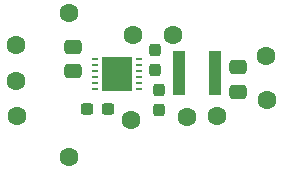
<source format=gbr>
%TF.GenerationSoftware,KiCad,Pcbnew,7.0.7*%
%TF.CreationDate,2023-12-24T20:56:02+03:00*%
%TF.ProjectId,Main_PCB_002,4d61696e-5f50-4434-925f-3030322e6b69,rev?*%
%TF.SameCoordinates,Original*%
%TF.FileFunction,Soldermask,Top*%
%TF.FilePolarity,Negative*%
%FSLAX46Y46*%
G04 Gerber Fmt 4.6, Leading zero omitted, Abs format (unit mm)*
G04 Created by KiCad (PCBNEW 7.0.7) date 2023-12-24 20:56:02*
%MOMM*%
%LPD*%
G01*
G04 APERTURE LIST*
G04 Aperture macros list*
%AMRoundRect*
0 Rectangle with rounded corners*
0 $1 Rounding radius*
0 $2 $3 $4 $5 $6 $7 $8 $9 X,Y pos of 4 corners*
0 Add a 4 corners polygon primitive as box body*
4,1,4,$2,$3,$4,$5,$6,$7,$8,$9,$2,$3,0*
0 Add four circle primitives for the rounded corners*
1,1,$1+$1,$2,$3*
1,1,$1+$1,$4,$5*
1,1,$1+$1,$6,$7*
1,1,$1+$1,$8,$9*
0 Add four rect primitives between the rounded corners*
20,1,$1+$1,$2,$3,$4,$5,0*
20,1,$1+$1,$4,$5,$6,$7,0*
20,1,$1+$1,$6,$7,$8,$9,0*
20,1,$1+$1,$8,$9,$2,$3,0*%
G04 Aperture macros list end*
%ADD10C,1.600000*%
%ADD11RoundRect,0.250000X-0.475000X0.337500X-0.475000X-0.337500X0.475000X-0.337500X0.475000X0.337500X0*%
%ADD12RoundRect,0.237500X-0.300000X-0.237500X0.300000X-0.237500X0.300000X0.237500X-0.300000X0.237500X0*%
%ADD13R,1.092200X3.708400*%
%ADD14RoundRect,0.250000X0.475000X-0.337500X0.475000X0.337500X-0.475000X0.337500X-0.475000X-0.337500X0*%
%ADD15RoundRect,0.237500X-0.237500X0.300000X-0.237500X-0.300000X0.237500X-0.300000X0.237500X0.300000X0*%
%ADD16RoundRect,0.237500X0.237500X-0.300000X0.237500X0.300000X-0.237500X0.300000X-0.237500X-0.300000X0*%
%ADD17C,0.499999*%
%ADD18R,2.600000X2.999999*%
%ADD19R,0.599999X0.249999*%
G04 APERTURE END LIST*
D10*
%TO.C,D8*%
X119800000Y-129500000D03*
%TD*%
%TO.C,D5*%
X119800000Y-117300000D03*
%TD*%
D11*
%TO.C,C28*%
X134112000Y-123952000D03*
X134112000Y-121877000D03*
%TD*%
D12*
%TO.C,C26*%
X123062500Y-125400000D03*
X121337500Y-125400000D03*
%TD*%
D10*
%TO.C,D1*%
X125200000Y-119100000D03*
%TD*%
D13*
%TO.C,L1*%
X129133600Y-122377200D03*
X132130800Y-122377200D03*
%TD*%
D10*
%TO.C,D9*%
X129743200Y-126085600D03*
%TD*%
%TO.C,D18*%
X115366800Y-126000000D03*
%TD*%
D14*
%TO.C,C5*%
X120100000Y-120125000D03*
X120100000Y-122200000D03*
%TD*%
D10*
%TO.C,D7*%
X132334000Y-125984000D03*
%TD*%
%TO.C,D19*%
X115316000Y-123000000D03*
%TD*%
%TO.C,D2*%
X136499600Y-120904000D03*
%TD*%
%TO.C,D6*%
X125000000Y-126339600D03*
%TD*%
D15*
%TO.C,C2*%
X127406400Y-125473800D03*
X127406400Y-123748800D03*
%TD*%
D16*
%TO.C,C27*%
X127050800Y-120397100D03*
X127050800Y-122122100D03*
%TD*%
D17*
%TO.C,U1*%
X124850401Y-122428000D03*
X123850400Y-123628000D03*
X123850400Y-122428000D03*
X123850400Y-121228000D03*
X122850399Y-122428000D03*
D18*
X123850400Y-122428000D03*
D19*
X125750399Y-121178000D03*
X125750399Y-121677999D03*
X125750399Y-122177998D03*
X125750399Y-122678000D03*
X125750399Y-123177998D03*
X125750399Y-123678000D03*
X121950401Y-123678000D03*
X121950401Y-123177998D03*
X121950401Y-122678000D03*
X121950401Y-122178000D03*
X121950401Y-121677999D03*
X121950401Y-121178000D03*
%TD*%
D10*
%TO.C,D17*%
X115316000Y-120000000D03*
%TD*%
%TO.C,D4*%
X128600000Y-119100000D03*
%TD*%
%TO.C,D3*%
X136550400Y-124663200D03*
%TD*%
M02*

</source>
